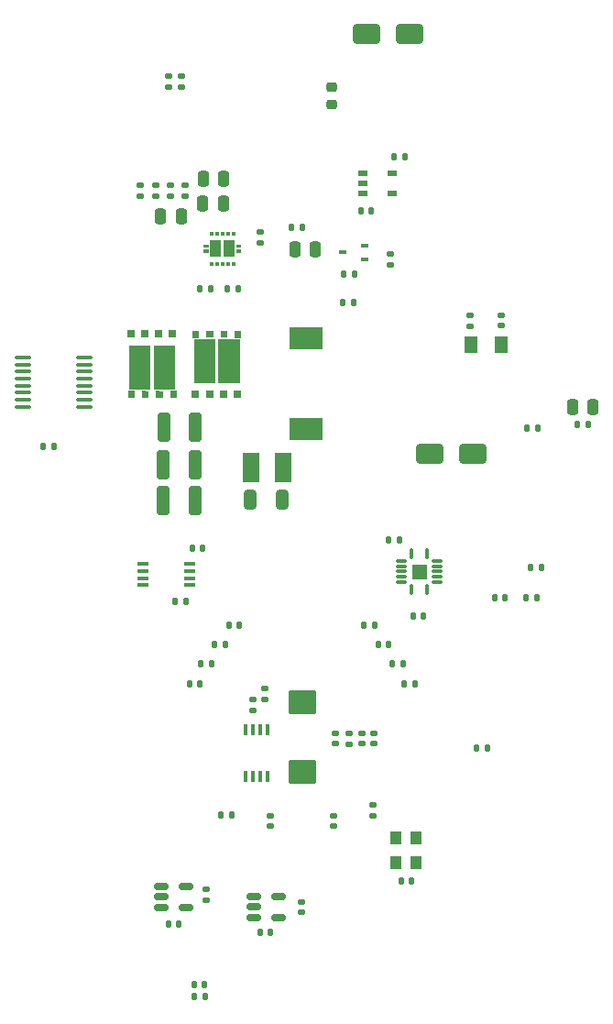
<source format=gtp>
G04 #@! TF.GenerationSoftware,KiCad,Pcbnew,8.0.4*
G04 #@! TF.CreationDate,2024-11-26T00:50:50-06:00*
G04 #@! TF.ProjectId,bitaxeUltra,62697461-7865-4556-9c74-72612e6b6963,rev?*
G04 #@! TF.SameCoordinates,Original*
G04 #@! TF.FileFunction,Paste,Top*
G04 #@! TF.FilePolarity,Positive*
%FSLAX46Y46*%
G04 Gerber Fmt 4.6, Leading zero omitted, Abs format (unit mm)*
G04 Created by KiCad (PCBNEW 8.0.4) date 2024-11-26 00:50:50*
%MOMM*%
%LPD*%
G01*
G04 APERTURE LIST*
G04 Aperture macros list*
%AMRoundRect*
0 Rectangle with rounded corners*
0 $1 Rounding radius*
0 $2 $3 $4 $5 $6 $7 $8 $9 X,Y pos of 4 corners*
0 Add a 4 corners polygon primitive as box body*
4,1,4,$2,$3,$4,$5,$6,$7,$8,$9,$2,$3,0*
0 Add four circle primitives for the rounded corners*
1,1,$1+$1,$2,$3*
1,1,$1+$1,$4,$5*
1,1,$1+$1,$6,$7*
1,1,$1+$1,$8,$9*
0 Add four rect primitives between the rounded corners*
20,1,$1+$1,$2,$3,$4,$5,0*
20,1,$1+$1,$4,$5,$6,$7,0*
20,1,$1+$1,$6,$7,$8,$9,0*
20,1,$1+$1,$8,$9,$2,$3,0*%
G04 Aperture macros list end*
%ADD10C,0.010000*%
%ADD11C,0.100000*%
%ADD12C,0.001000*%
%ADD13RoundRect,0.250000X0.250000X0.475000X-0.250000X0.475000X-0.250000X-0.475000X0.250000X-0.475000X0*%
%ADD14RoundRect,0.140000X0.140000X0.170000X-0.140000X0.170000X-0.140000X-0.170000X0.140000X-0.170000X0*%
%ADD15RoundRect,0.250000X-1.000000X-0.650000X1.000000X-0.650000X1.000000X0.650000X-1.000000X0.650000X0*%
%ADD16RoundRect,0.100000X-0.637500X-0.100000X0.637500X-0.100000X0.637500X0.100000X-0.637500X0.100000X0*%
%ADD17RoundRect,0.140000X-0.170000X0.140000X-0.170000X-0.140000X0.170000X-0.140000X0.170000X0.140000X0*%
%ADD18RoundRect,0.135000X0.185000X-0.135000X0.185000X0.135000X-0.185000X0.135000X-0.185000X-0.135000X0*%
%ADD19RoundRect,0.135000X-0.185000X0.135000X-0.185000X-0.135000X0.185000X-0.135000X0.185000X0.135000X0*%
%ADD20RoundRect,0.135000X0.135000X0.185000X-0.135000X0.185000X-0.135000X-0.185000X0.135000X-0.185000X0*%
%ADD21R,0.700000X0.450000*%
%ADD22RoundRect,0.250000X-0.250000X-0.475000X0.250000X-0.475000X0.250000X0.475000X-0.250000X0.475000X0*%
%ADD23R,1.168400X1.600200*%
%ADD24RoundRect,0.150000X-0.512500X-0.150000X0.512500X-0.150000X0.512500X0.150000X-0.512500X0.150000X0*%
%ADD25RoundRect,0.250000X1.000000X0.650000X-1.000000X0.650000X-1.000000X-0.650000X1.000000X-0.650000X0*%
%ADD26RoundRect,0.140000X0.170000X-0.140000X0.170000X0.140000X-0.170000X0.140000X-0.170000X-0.140000X0*%
%ADD27R,0.400000X1.100000*%
%ADD28RoundRect,0.140000X-0.140000X-0.170000X0.140000X-0.170000X0.140000X0.170000X-0.140000X0.170000X0*%
%ADD29RoundRect,0.007800X-0.122200X0.442200X-0.122200X-0.442200X0.122200X-0.442200X0.122200X0.442200X0*%
%ADD30RoundRect,0.007800X-0.442200X-0.122200X0.442200X-0.122200X0.442200X0.122200X-0.442200X0.122200X0*%
%ADD31R,3.100000X2.000000*%
%ADD32R,1.100000X0.400000*%
%ADD33RoundRect,0.250000X-1.025000X0.875000X-1.025000X-0.875000X1.025000X-0.875000X1.025000X0.875000X0*%
%ADD34R,0.700000X0.800000*%
%ADD35RoundRect,0.135000X-0.135000X-0.185000X0.135000X-0.185000X0.135000X0.185000X-0.135000X0.185000X0*%
%ADD36R,1.600000X2.700000*%
%ADD37RoundRect,0.250000X-0.325000X-1.100000X0.325000X-1.100000X0.325000X1.100000X-0.325000X1.100000X0*%
%ADD38R,1.100000X1.300000*%
%ADD39RoundRect,0.218750X0.256250X-0.218750X0.256250X0.218750X-0.256250X0.218750X-0.256250X-0.218750X0*%
%ADD40RoundRect,0.250000X0.325000X0.650000X-0.325000X0.650000X-0.325000X-0.650000X0.325000X-0.650000X0*%
%ADD41R,0.952500X0.558800*%
G04 APERTURE END LIST*
D10*
X117072000Y-99915000D02*
X115772000Y-99915000D01*
X115772000Y-98615000D01*
X117072000Y-98615000D01*
X117072000Y-99915000D01*
G36*
X117072000Y-99915000D02*
G01*
X115772000Y-99915000D01*
X115772000Y-98615000D01*
X117072000Y-98615000D01*
X117072000Y-99915000D01*
G37*
X95991600Y-77610200D02*
X95461600Y-77600200D01*
X95461600Y-77040200D01*
X95991600Y-77040200D01*
X95991600Y-77610200D01*
G36*
X95991600Y-77610200D02*
G01*
X95461600Y-77600200D01*
X95461600Y-77040200D01*
X95991600Y-77040200D01*
X95991600Y-77610200D01*
G37*
X97521600Y-81790200D02*
X95601600Y-81790200D01*
X95601600Y-77810200D01*
X97521600Y-77810200D01*
X97521600Y-81790200D01*
G36*
X97521600Y-81790200D02*
G01*
X95601600Y-81790200D01*
X95601600Y-77810200D01*
X97521600Y-77810200D01*
X97521600Y-81790200D01*
G37*
X97291600Y-77590200D02*
X96761600Y-77580200D01*
X96761600Y-77020200D01*
X97291600Y-77020200D01*
X97291600Y-77590200D01*
G36*
X97291600Y-77590200D02*
G01*
X96761600Y-77580200D01*
X96761600Y-77020200D01*
X97291600Y-77020200D01*
X97291600Y-77590200D01*
G37*
X99801600Y-81800200D02*
X97881600Y-81800200D01*
X97881600Y-77820200D01*
X99801600Y-77820200D01*
X99801600Y-81800200D01*
G36*
X99801600Y-81800200D02*
G01*
X97881600Y-81800200D01*
X97881600Y-77820200D01*
X99801600Y-77820200D01*
X99801600Y-81800200D01*
G37*
X98591600Y-77590200D02*
X98061600Y-77580200D01*
X98061600Y-77020200D01*
X98591600Y-77020200D01*
X98591600Y-77590200D01*
G36*
X98591600Y-77590200D02*
G01*
X98061600Y-77580200D01*
X98061600Y-77020200D01*
X98591600Y-77020200D01*
X98591600Y-77590200D01*
G37*
X99881600Y-77610200D02*
X99351600Y-77600200D01*
X99351600Y-77040200D01*
X99881600Y-77040200D01*
X99881600Y-77610200D01*
G36*
X99881600Y-77610200D02*
G01*
X99351600Y-77600200D01*
X99351600Y-77040200D01*
X99881600Y-77040200D01*
X99881600Y-77610200D01*
G37*
D11*
X97326691Y-67872200D02*
X97076691Y-67872200D01*
X97076691Y-68172200D01*
X97326691Y-68172200D01*
X97326691Y-67872200D01*
G36*
X97326691Y-67872200D02*
G01*
X97076691Y-67872200D01*
X97076691Y-68172200D01*
X97326691Y-68172200D01*
X97326691Y-67872200D01*
G37*
X97326691Y-70672200D02*
X97076691Y-70672200D01*
X97076691Y-70972200D01*
X97326691Y-70972200D01*
X97326691Y-70672200D01*
G36*
X97326691Y-70672200D02*
G01*
X97076691Y-70672200D01*
X97076691Y-70972200D01*
X97326691Y-70972200D01*
X97326691Y-70672200D01*
G37*
X97826691Y-67872200D02*
X97576691Y-67872200D01*
X97576691Y-68172200D01*
X97826691Y-68172200D01*
X97826691Y-67872200D01*
G36*
X97826691Y-67872200D02*
G01*
X97576691Y-67872200D01*
X97576691Y-68172200D01*
X97826691Y-68172200D01*
X97826691Y-67872200D01*
G37*
X97826691Y-70672200D02*
X97576691Y-70672200D01*
X97576691Y-70972200D01*
X97826691Y-70972200D01*
X97826691Y-70672200D01*
G36*
X97826691Y-70672200D02*
G01*
X97576691Y-70672200D01*
X97576691Y-70972200D01*
X97826691Y-70972200D01*
X97826691Y-70672200D01*
G37*
X98326691Y-67872200D02*
X98076691Y-67872200D01*
X98076691Y-68172200D01*
X98326691Y-68172200D01*
X98326691Y-67872200D01*
G36*
X98326691Y-67872200D02*
G01*
X98076691Y-67872200D01*
X98076691Y-68172200D01*
X98326691Y-68172200D01*
X98326691Y-67872200D01*
G37*
X98326691Y-70672200D02*
X98076691Y-70672200D01*
X98076691Y-70972200D01*
X98326691Y-70972200D01*
X98326691Y-70672200D01*
G36*
X98326691Y-70672200D02*
G01*
X98076691Y-70672200D01*
X98076691Y-70972200D01*
X98326691Y-70972200D01*
X98326691Y-70672200D01*
G37*
X98826691Y-67872200D02*
X98576691Y-67872200D01*
X98576691Y-68172200D01*
X98826691Y-68172200D01*
X98826691Y-67872200D01*
G36*
X98826691Y-67872200D02*
G01*
X98576691Y-67872200D01*
X98576691Y-68172200D01*
X98826691Y-68172200D01*
X98826691Y-67872200D01*
G37*
X98826691Y-70672200D02*
X98576691Y-70672200D01*
X98576691Y-70972200D01*
X98826691Y-70972200D01*
X98826691Y-70672200D01*
G36*
X98826691Y-70672200D02*
G01*
X98576691Y-70672200D01*
X98576691Y-70972200D01*
X98826691Y-70972200D01*
X98826691Y-70672200D01*
G37*
X99326691Y-67872200D02*
X99076691Y-67872200D01*
X99076691Y-68172200D01*
X99326691Y-68172200D01*
X99326691Y-67872200D01*
G36*
X99326691Y-67872200D02*
G01*
X99076691Y-67872200D01*
X99076691Y-68172200D01*
X99326691Y-68172200D01*
X99326691Y-67872200D01*
G37*
X99326691Y-70672200D02*
X99076691Y-70672200D01*
X99076691Y-70972200D01*
X99326691Y-70972200D01*
X99326691Y-70672200D01*
G36*
X99326691Y-70672200D02*
G01*
X99076691Y-70672200D01*
X99076691Y-70972200D01*
X99326691Y-70972200D01*
X99326691Y-70672200D01*
G37*
D12*
X96871691Y-69297200D02*
X96501691Y-69297200D01*
X96501691Y-69047200D01*
X96871691Y-69047200D01*
X96871691Y-69297200D01*
G36*
X96871691Y-69297200D02*
G01*
X96501691Y-69297200D01*
X96501691Y-69047200D01*
X96871691Y-69047200D01*
X96871691Y-69297200D01*
G37*
X96871691Y-69797200D02*
X96501691Y-69797200D01*
X96501691Y-69547200D01*
X96871691Y-69547200D01*
X96871691Y-69797200D01*
G36*
X96871691Y-69797200D02*
G01*
X96501691Y-69797200D01*
X96501691Y-69547200D01*
X96871691Y-69547200D01*
X96871691Y-69797200D01*
G37*
X98016691Y-70132200D02*
X97081691Y-70132200D01*
X97081691Y-68682200D01*
X98016691Y-68682200D01*
X98016691Y-70132200D01*
G36*
X98016691Y-70132200D02*
G01*
X97081691Y-70132200D01*
X97081691Y-68682200D01*
X98016691Y-68682200D01*
X98016691Y-70132200D01*
G37*
X99311691Y-70132200D02*
X98376691Y-70132200D01*
X98376691Y-68682200D01*
X99311691Y-68682200D01*
X99311691Y-70132200D01*
G36*
X99311691Y-70132200D02*
G01*
X98376691Y-70132200D01*
X98376691Y-68682200D01*
X99311691Y-68682200D01*
X99311691Y-70132200D01*
G37*
X99901691Y-69297200D02*
X99531691Y-69297200D01*
X99531691Y-69047200D01*
X99901691Y-69047200D01*
X99901691Y-69297200D01*
G36*
X99901691Y-69297200D02*
G01*
X99531691Y-69297200D01*
X99531691Y-69047200D01*
X99901691Y-69047200D01*
X99901691Y-69297200D01*
G37*
X99901691Y-69797200D02*
X99531691Y-69797200D01*
X99531691Y-69547200D01*
X99901691Y-69547200D01*
X99901691Y-69797200D01*
G36*
X99901691Y-69797200D02*
G01*
X99531691Y-69797200D01*
X99531691Y-69547200D01*
X99901691Y-69547200D01*
X99901691Y-69797200D01*
G37*
D10*
X90049887Y-82576364D02*
X90049887Y-83136364D01*
X89519887Y-83136364D01*
X89519887Y-82566364D01*
X90049887Y-82576364D01*
G36*
X90049887Y-82576364D02*
G01*
X90049887Y-83136364D01*
X89519887Y-83136364D01*
X89519887Y-82566364D01*
X90049887Y-82576364D01*
G37*
X91339887Y-82596364D02*
X91339887Y-83156364D01*
X90809887Y-83156364D01*
X90809887Y-82586364D01*
X91339887Y-82596364D01*
G36*
X91339887Y-82596364D02*
G01*
X91339887Y-83156364D01*
X90809887Y-83156364D01*
X90809887Y-82586364D01*
X91339887Y-82596364D01*
G37*
X91519887Y-82356364D02*
X89599887Y-82356364D01*
X89599887Y-78376364D01*
X91519887Y-78376364D01*
X91519887Y-82356364D01*
G36*
X91519887Y-82356364D02*
G01*
X89599887Y-82356364D01*
X89599887Y-78376364D01*
X91519887Y-78376364D01*
X91519887Y-82356364D01*
G37*
X92639887Y-82596364D02*
X92639887Y-83156364D01*
X92109887Y-83156364D01*
X92109887Y-82586364D01*
X92639887Y-82596364D01*
G36*
X92639887Y-82596364D02*
G01*
X92639887Y-83156364D01*
X92109887Y-83156364D01*
X92109887Y-82586364D01*
X92639887Y-82596364D01*
G37*
X93799887Y-82366364D02*
X91879887Y-82366364D01*
X91879887Y-78386364D01*
X93799887Y-78386364D01*
X93799887Y-82366364D01*
G36*
X93799887Y-82366364D02*
G01*
X91879887Y-82366364D01*
X91879887Y-78386364D01*
X93799887Y-78386364D01*
X93799887Y-82366364D01*
G37*
X93939887Y-82576364D02*
X93939887Y-83136364D01*
X93409887Y-83136364D01*
X93409887Y-82566364D01*
X93939887Y-82576364D01*
G36*
X93939887Y-82576364D02*
G01*
X93939887Y-83136364D01*
X93409887Y-83136364D01*
X93409887Y-82566364D01*
X93939887Y-82576364D01*
G37*
D13*
X106814000Y-69487000D03*
X104914000Y-69487000D03*
D14*
X116836000Y-103365000D03*
X115876000Y-103365000D03*
D15*
X117380000Y-88392000D03*
X121380000Y-88392000D03*
D16*
X79777500Y-79495000D03*
X79777500Y-80145000D03*
X79777500Y-80795000D03*
X79777500Y-81445000D03*
X79777500Y-82095000D03*
X79777500Y-82745000D03*
X79777500Y-83395000D03*
X79777500Y-84045000D03*
X85502500Y-84045000D03*
X85502500Y-83395000D03*
X85502500Y-82745000D03*
X85502500Y-82095000D03*
X85502500Y-81445000D03*
X85502500Y-80795000D03*
X85502500Y-80145000D03*
X85502500Y-79495000D03*
D17*
X112268000Y-114175600D03*
X112268000Y-115135600D03*
D18*
X94420000Y-54500000D03*
X94420000Y-53480000D03*
D19*
X90649600Y-63569000D03*
X90649600Y-64589000D03*
D20*
X122717000Y-115554000D03*
X121697000Y-115554000D03*
D14*
X115730000Y-127810000D03*
X114770000Y-127810000D03*
D21*
X111370000Y-70430000D03*
X111370000Y-69130000D03*
X109370000Y-69780000D03*
D13*
X98355400Y-63005800D03*
X96455400Y-63005800D03*
D19*
X113770000Y-69930000D03*
X113770000Y-70950000D03*
D14*
X114920000Y-107790000D03*
X113960000Y-107790000D03*
D20*
X127764000Y-98910000D03*
X126744000Y-98910000D03*
D17*
X101750000Y-67930000D03*
X101750000Y-68890000D03*
X105540000Y-129760000D03*
X105540000Y-130720000D03*
D22*
X92522000Y-66420000D03*
X94422000Y-66420000D03*
D23*
X124017400Y-78349000D03*
X121172600Y-78349000D03*
D24*
X92615500Y-128358000D03*
X92615500Y-129308000D03*
X92615500Y-130258000D03*
X94890500Y-130258000D03*
X94890500Y-128358000D03*
D22*
X130580000Y-84090000D03*
X132480000Y-84090000D03*
D25*
X115540000Y-49630000D03*
X111540000Y-49630000D03*
D24*
X101182500Y-129290000D03*
X101182500Y-130240000D03*
X101182500Y-131190000D03*
X103457500Y-131190000D03*
X103457500Y-129290000D03*
D26*
X108485000Y-122798000D03*
X108485000Y-121838000D03*
D27*
X102371800Y-113877200D03*
X101721800Y-113877200D03*
X101071800Y-113877200D03*
X100421800Y-113877200D03*
X100421800Y-118177200D03*
X101071800Y-118177200D03*
X101721800Y-118177200D03*
X102371800Y-118177200D03*
D14*
X99780000Y-104240000D03*
X98820000Y-104240000D03*
D28*
X131050000Y-85700000D03*
X132010000Y-85700000D03*
D20*
X127347000Y-101658000D03*
X126327000Y-101658000D03*
D26*
X124043000Y-76576000D03*
X124043000Y-75616000D03*
D29*
X115672000Y-97580000D03*
D30*
X114737000Y-98265000D03*
X114737000Y-98765000D03*
X114737000Y-99265000D03*
X114737000Y-99765000D03*
X114737000Y-100265000D03*
D29*
X115672000Y-100950000D03*
X117172000Y-100950000D03*
D30*
X118107000Y-100265000D03*
X118107000Y-99765000D03*
X118107000Y-99265000D03*
X118107000Y-98765000D03*
X118107000Y-98265000D03*
D29*
X117172000Y-97580000D03*
D18*
X93270000Y-54490000D03*
X93270000Y-53470000D03*
D19*
X94828800Y-63573600D03*
X94828800Y-64593600D03*
D31*
X106000600Y-77761400D03*
X106000600Y-86081400D03*
D18*
X93465000Y-64589000D03*
X93465000Y-63569000D03*
D14*
X98490000Y-106040000D03*
X97530000Y-106040000D03*
D20*
X94840000Y-102040000D03*
X93820000Y-102040000D03*
D26*
X102646000Y-122798000D03*
X102646000Y-121838000D03*
D14*
X115080000Y-60930000D03*
X114120000Y-60930000D03*
X96139000Y-109681000D03*
X95179000Y-109681000D03*
D13*
X98333000Y-65268000D03*
X96433000Y-65268000D03*
D32*
X90890000Y-98565000D03*
X90890000Y-99215000D03*
X90890000Y-99865000D03*
X90890000Y-100515000D03*
X95190000Y-100515000D03*
X95190000Y-99865000D03*
X95190000Y-99215000D03*
X95190000Y-98565000D03*
D28*
X104650000Y-67450000D03*
X105610000Y-67450000D03*
D26*
X121159000Y-76585000D03*
X121159000Y-75625000D03*
D14*
X82650000Y-87720000D03*
X81690000Y-87720000D03*
D17*
X108712000Y-114201000D03*
X108712000Y-115161000D03*
X111150400Y-114226400D03*
X111150400Y-115186400D03*
D19*
X92057300Y-63569000D03*
X92057300Y-64589000D03*
D14*
X99092000Y-121788000D03*
X98132000Y-121788000D03*
D33*
X105600000Y-111360000D03*
X105600000Y-117760000D03*
D34*
X95751600Y-82862700D03*
X97049900Y-82862700D03*
X98313300Y-82862700D03*
X99611600Y-82862700D03*
D26*
X102133400Y-111046200D03*
X102133400Y-110086200D03*
D35*
X95640000Y-138480000D03*
X96660000Y-138480000D03*
D28*
X95450000Y-97140000D03*
X96410000Y-97140000D03*
X93253000Y-131818000D03*
X94213000Y-131818000D03*
D14*
X124370000Y-101660000D03*
X123410000Y-101660000D03*
X113620000Y-106030000D03*
X112660000Y-106030000D03*
D36*
X103851600Y-89640200D03*
X100851600Y-89640200D03*
D34*
X93649887Y-77313864D03*
X92351587Y-77313864D03*
X91088187Y-77313864D03*
X89789887Y-77313864D03*
D28*
X96189800Y-73128000D03*
X97149800Y-73128000D03*
D37*
X92806600Y-85970200D03*
X95756600Y-85970200D03*
D38*
X116140000Y-126170000D03*
X116140000Y-123870000D03*
X114240000Y-123870000D03*
X114240000Y-126170000D03*
D35*
X98650200Y-73123400D03*
X99670200Y-73123400D03*
D20*
X110465000Y-71760000D03*
X109445000Y-71760000D03*
D14*
X116020000Y-109624000D03*
X115060000Y-109624000D03*
D35*
X109340000Y-74410000D03*
X110360000Y-74410000D03*
D39*
X108320000Y-56135000D03*
X108320000Y-54560000D03*
D28*
X101730000Y-132610000D03*
X102690000Y-132610000D03*
D26*
X112160000Y-121800000D03*
X112160000Y-120840000D03*
D18*
X101092000Y-112066800D03*
X101092000Y-111046800D03*
D14*
X97210000Y-107780000D03*
X96250000Y-107780000D03*
X112290000Y-104240000D03*
X111330000Y-104240000D03*
D28*
X95640000Y-137410000D03*
X96600000Y-137410000D03*
D20*
X127382000Y-86047000D03*
X126362000Y-86047000D03*
D28*
X111051000Y-65931000D03*
X112011000Y-65931000D03*
D14*
X114582000Y-96355000D03*
X113622000Y-96355000D03*
D40*
X103786600Y-92610200D03*
X100836600Y-92610200D03*
D17*
X96763000Y-128638000D03*
X96763000Y-129598000D03*
D37*
X92766600Y-89380200D03*
X95716600Y-89380200D03*
D17*
X109982000Y-114230000D03*
X109982000Y-115190000D03*
D41*
X111185050Y-62440200D03*
X111185050Y-63380000D03*
X111185050Y-64319800D03*
X113940950Y-64319800D03*
X113940950Y-62440200D03*
D37*
X92766600Y-92740200D03*
X95716600Y-92740200D03*
M02*

</source>
